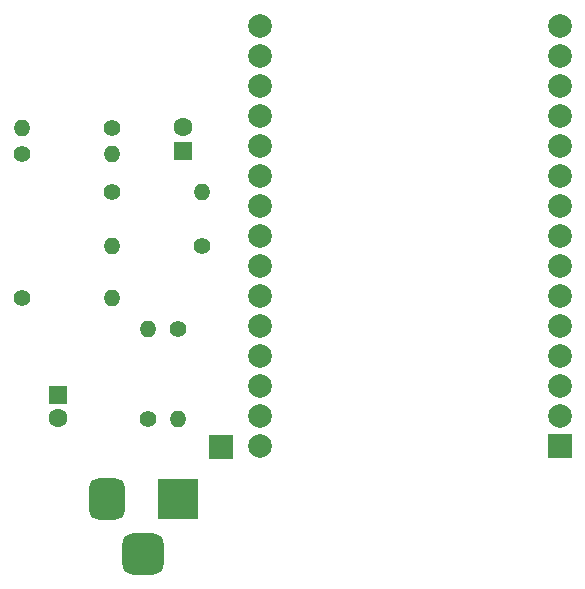
<source format=gbr>
%TF.GenerationSoftware,KiCad,Pcbnew,7.0.2-6a45011f42~172~ubuntu22.04.1*%
%TF.CreationDate,2023-05-01T21:07:46+01:00*%
%TF.ProjectId,esp32-emon,65737033-322d-4656-9d6f-6e2e6b696361,rev?*%
%TF.SameCoordinates,Original*%
%TF.FileFunction,Copper,L2,Bot*%
%TF.FilePolarity,Positive*%
%FSLAX46Y46*%
G04 Gerber Fmt 4.6, Leading zero omitted, Abs format (unit mm)*
G04 Created by KiCad (PCBNEW 7.0.2-6a45011f42~172~ubuntu22.04.1) date 2023-05-01 21:07:46*
%MOMM*%
%LPD*%
G01*
G04 APERTURE LIST*
G04 Aperture macros list*
%AMRoundRect*
0 Rectangle with rounded corners*
0 $1 Rounding radius*
0 $2 $3 $4 $5 $6 $7 $8 $9 X,Y pos of 4 corners*
0 Add a 4 corners polygon primitive as box body*
4,1,4,$2,$3,$4,$5,$6,$7,$8,$9,$2,$3,0*
0 Add four circle primitives for the rounded corners*
1,1,$1+$1,$2,$3*
1,1,$1+$1,$4,$5*
1,1,$1+$1,$6,$7*
1,1,$1+$1,$8,$9*
0 Add four rect primitives between the rounded corners*
20,1,$1+$1,$2,$3,$4,$5,0*
20,1,$1+$1,$4,$5,$6,$7,0*
20,1,$1+$1,$6,$7,$8,$9,0*
20,1,$1+$1,$8,$9,$2,$3,0*%
G04 Aperture macros list end*
%TA.AperFunction,ComponentPad*%
%ADD10R,1.600000X1.600000*%
%TD*%
%TA.AperFunction,ComponentPad*%
%ADD11C,1.600000*%
%TD*%
%TA.AperFunction,ComponentPad*%
%ADD12R,2.000000X2.000000*%
%TD*%
%TA.AperFunction,ComponentPad*%
%ADD13C,2.000000*%
%TD*%
%TA.AperFunction,ComponentPad*%
%ADD14C,1.400000*%
%TD*%
%TA.AperFunction,ComponentPad*%
%ADD15O,1.400000X1.400000*%
%TD*%
%TA.AperFunction,ComponentPad*%
%ADD16R,3.500000X3.500000*%
%TD*%
%TA.AperFunction,ComponentPad*%
%ADD17RoundRect,0.750000X-0.750000X-1.000000X0.750000X-1.000000X0.750000X1.000000X-0.750000X1.000000X0*%
%TD*%
%TA.AperFunction,ComponentPad*%
%ADD18RoundRect,0.875000X-0.875000X-0.875000X0.875000X-0.875000X0.875000X0.875000X-0.875000X0.875000X0*%
%TD*%
G04 APERTURE END LIST*
D10*
%TO.P,C2,1*%
%TO.N,GND*%
X144600000Y-64800000D03*
D11*
%TO.P,C2,2*%
%TO.N,Net-(C2-Pad2)*%
X144600000Y-66800000D03*
%TD*%
D12*
%TO.P,U1,1,3V3*%
%TO.N,+3V3*%
X187100000Y-69115000D03*
D13*
%TO.P,U1,2,GND*%
%TO.N,GND*%
X187100000Y-66575000D03*
%TO.P,U1,3,D15*%
%TO.N,unconnected-(U1-D15-Pad3)*%
X187100000Y-64035000D03*
%TO.P,U1,4,D2*%
%TO.N,unconnected-(U1-D2-Pad4)*%
X187100000Y-61495000D03*
%TO.P,U1,5,D4*%
%TO.N,unconnected-(U1-D4-Pad5)*%
X187100000Y-58955000D03*
%TO.P,U1,6,RX2*%
%TO.N,unconnected-(U1-RX2-Pad6)*%
X187100000Y-56415000D03*
%TO.P,U1,7,TX2*%
%TO.N,unconnected-(U1-TX2-Pad7)*%
X187100000Y-53875000D03*
%TO.P,U1,8,D5*%
%TO.N,unconnected-(U1-D5-Pad8)*%
X187100000Y-51335000D03*
%TO.P,U1,9,D18*%
%TO.N,unconnected-(U1-D18-Pad9)*%
X187100000Y-48795000D03*
%TO.P,U1,10,D19*%
%TO.N,unconnected-(U1-D19-Pad10)*%
X187100000Y-46255000D03*
%TO.P,U1,11,D21*%
%TO.N,unconnected-(U1-D21-Pad11)*%
X187100000Y-43715000D03*
%TO.P,U1,12,RX0*%
%TO.N,unconnected-(U1-RX0-Pad12)*%
X187100000Y-41175000D03*
%TO.P,U1,13,TX0*%
%TO.N,unconnected-(U1-TX0-Pad13)*%
X187100000Y-38635000D03*
%TO.P,U1,14,D22*%
%TO.N,unconnected-(U1-D22-Pad14)*%
X187100000Y-36095000D03*
%TO.P,U1,15,D23*%
%TO.N,unconnected-(U1-D23-Pad15)*%
X187100000Y-33555000D03*
%TO.P,U1,16,EN*%
%TO.N,unconnected-(U1-EN-Pad16)*%
X161700000Y-33555000D03*
%TO.P,U1,17,VP*%
%TO.N,unconnected-(U1-VP-Pad17)*%
X161700000Y-36095000D03*
%TO.P,U1,18,VN*%
%TO.N,unconnected-(U1-VN-Pad18)*%
X161700000Y-38635000D03*
%TO.P,U1,19,D34*%
%TO.N,/ADC1 CH6*%
X161700000Y-41175000D03*
%TO.P,U1,20,D35*%
%TO.N,unconnected-(U1-D35-Pad20)*%
X161700000Y-43715000D03*
%TO.P,U1,21,D32*%
%TO.N,unconnected-(U1-D32-Pad21)*%
X161700000Y-46255000D03*
%TO.P,U1,22,D33*%
%TO.N,/ADC1 CH5*%
X161700000Y-48795000D03*
%TO.P,U1,23,D25*%
%TO.N,unconnected-(U1-D25-Pad23)*%
X161700000Y-51335000D03*
%TO.P,U1,24,D26*%
%TO.N,unconnected-(U1-D26-Pad24)*%
X161700000Y-53875000D03*
%TO.P,U1,25,D27*%
%TO.N,unconnected-(U1-D27-Pad25)*%
X161700000Y-56415000D03*
%TO.P,U1,26,D14*%
%TO.N,unconnected-(U1-D14-Pad26)*%
X161700000Y-58955000D03*
%TO.P,U1,27,D12*%
%TO.N,unconnected-(U1-D12-Pad27)*%
X161700000Y-61495000D03*
%TO.P,U1,28,D13*%
%TO.N,unconnected-(U1-D13-Pad28)*%
X161700000Y-64035000D03*
%TO.P,U1,29,GND*%
%TO.N,GND*%
X161700000Y-66575000D03*
%TO.P,U1,30,VIN*%
%TO.N,Net-(U1-VIN)*%
X161700000Y-69115000D03*
%TD*%
D14*
%TO.P,R4,1*%
%TO.N,/ADC1 CH5*%
X154800000Y-59190000D03*
D15*
%TO.P,R4,2*%
%TO.N,Net-(J2-Pad1)*%
X154800000Y-66810000D03*
%TD*%
D14*
%TO.P,R3,1*%
%TO.N,Net-(C1-Pad2)*%
X149200000Y-47600000D03*
D15*
%TO.P,R3,2*%
%TO.N,GND*%
X156820000Y-47600000D03*
%TD*%
D12*
%TO.P,TP1,1,1*%
%TO.N,Net-(U1-VIN)*%
X158400000Y-69200000D03*
%TD*%
D14*
%TO.P,R2,1*%
%TO.N,+3V3*%
X141580000Y-44400000D03*
D15*
%TO.P,R2,2*%
%TO.N,Net-(C1-Pad2)*%
X149200000Y-44400000D03*
%TD*%
D14*
%TO.P,R1,1*%
%TO.N,Net-(C1-Pad2)*%
X149200000Y-42200000D03*
D15*
%TO.P,R1,2*%
%TO.N,/ADC1 CH6*%
X141580000Y-42200000D03*
%TD*%
D16*
%TO.P,J2,1*%
%TO.N,Net-(J2-Pad1)*%
X154800000Y-73600000D03*
D17*
%TO.P,J2,2*%
%TO.N,Net-(C2-Pad2)*%
X148800000Y-73600000D03*
D18*
%TO.P,J2,3*%
X151800000Y-78300000D03*
%TD*%
D14*
%TO.P,R5,1*%
%TO.N,Net-(C2-Pad2)*%
X152200000Y-66810000D03*
D15*
%TO.P,R5,2*%
%TO.N,/ADC1 CH5*%
X152200000Y-59190000D03*
%TD*%
D14*
%TO.P,R6,1*%
%TO.N,GND*%
X156810000Y-52200000D03*
D15*
%TO.P,R6,2*%
%TO.N,Net-(C2-Pad2)*%
X149190000Y-52200000D03*
%TD*%
D10*
%TO.P,C1,1*%
%TO.N,GND*%
X155200000Y-44155113D03*
D11*
%TO.P,C1,2*%
%TO.N,Net-(C1-Pad2)*%
X155200000Y-42155113D03*
%TD*%
D14*
%TO.P,R7,1*%
%TO.N,+3V3*%
X141590000Y-56600000D03*
D15*
%TO.P,R7,2*%
%TO.N,Net-(C2-Pad2)*%
X149210000Y-56600000D03*
%TD*%
M02*

</source>
